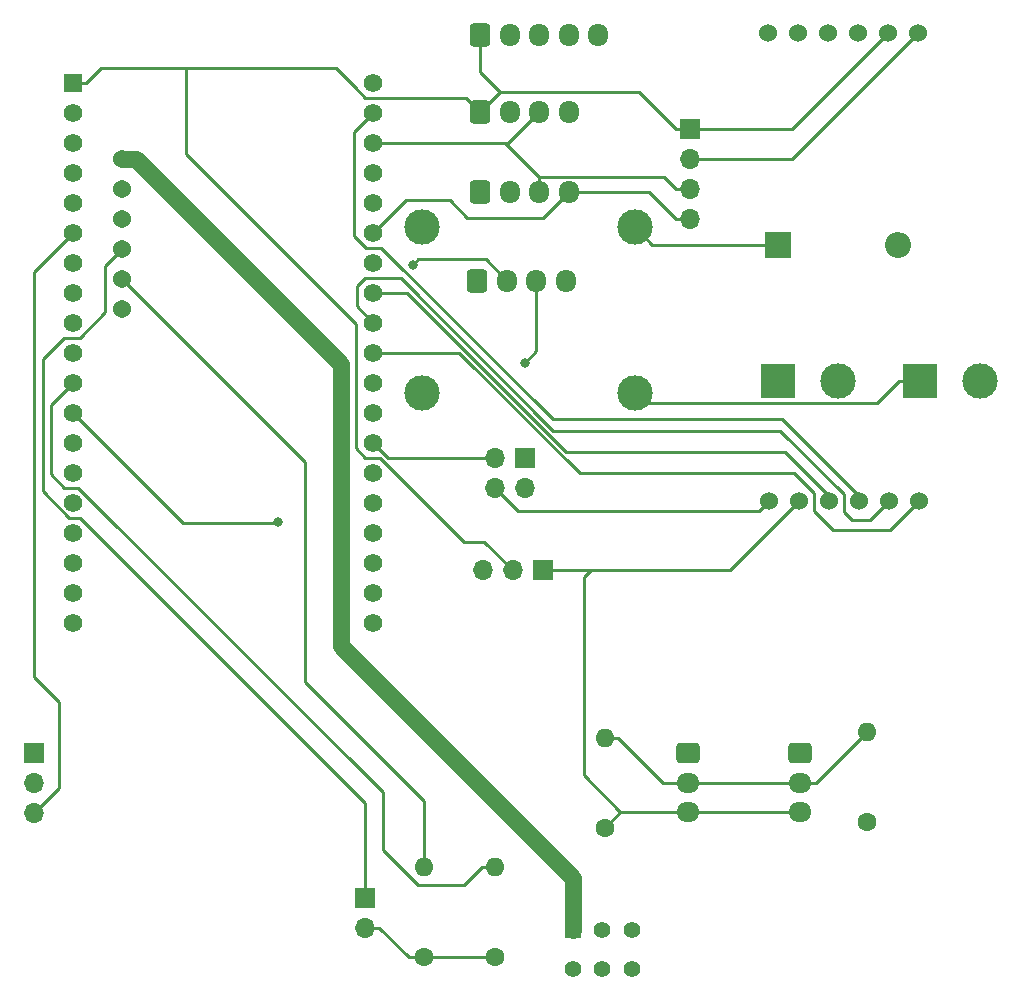
<source format=gbr>
%TF.GenerationSoftware,KiCad,Pcbnew,(6.0.4)*%
%TF.CreationDate,2022-04-08T13:10:09+02:00*%
%TF.ProjectId,TeaSpike v1,54656153-7069-46b6-9520-76312e6b6963,rev?*%
%TF.SameCoordinates,Original*%
%TF.FileFunction,Copper,L1,Top*%
%TF.FilePolarity,Positive*%
%FSLAX46Y46*%
G04 Gerber Fmt 4.6, Leading zero omitted, Abs format (unit mm)*
G04 Created by KiCad (PCBNEW (6.0.4)) date 2022-04-08 13:10:09*
%MOMM*%
%LPD*%
G01*
G04 APERTURE LIST*
G04 Aperture macros list*
%AMRoundRect*
0 Rectangle with rounded corners*
0 $1 Rounding radius*
0 $2 $3 $4 $5 $6 $7 $8 $9 X,Y pos of 4 corners*
0 Add a 4 corners polygon primitive as box body*
4,1,4,$2,$3,$4,$5,$6,$7,$8,$9,$2,$3,0*
0 Add four circle primitives for the rounded corners*
1,1,$1+$1,$2,$3*
1,1,$1+$1,$4,$5*
1,1,$1+$1,$6,$7*
1,1,$1+$1,$8,$9*
0 Add four rect primitives between the rounded corners*
20,1,$1+$1,$2,$3,$4,$5,0*
20,1,$1+$1,$4,$5,$6,$7,0*
20,1,$1+$1,$6,$7,$8,$9,0*
20,1,$1+$1,$8,$9,$2,$3,0*%
G04 Aperture macros list end*
%TA.AperFunction,ComponentPad*%
%ADD10RoundRect,0.250000X-0.600000X-0.725000X0.600000X-0.725000X0.600000X0.725000X-0.600000X0.725000X0*%
%TD*%
%TA.AperFunction,ComponentPad*%
%ADD11O,1.700000X1.950000*%
%TD*%
%TA.AperFunction,ComponentPad*%
%ADD12C,1.600000*%
%TD*%
%TA.AperFunction,ComponentPad*%
%ADD13O,1.600000X1.600000*%
%TD*%
%TA.AperFunction,ComponentPad*%
%ADD14R,1.700000X1.700000*%
%TD*%
%TA.AperFunction,ComponentPad*%
%ADD15O,1.700000X1.700000*%
%TD*%
%TA.AperFunction,ComponentPad*%
%ADD16R,1.560000X1.560000*%
%TD*%
%TA.AperFunction,ComponentPad*%
%ADD17C,1.560000*%
%TD*%
%TA.AperFunction,ComponentPad*%
%ADD18C,1.524000*%
%TD*%
%TA.AperFunction,ComponentPad*%
%ADD19RoundRect,0.250000X-0.725000X0.600000X-0.725000X-0.600000X0.725000X-0.600000X0.725000X0.600000X0*%
%TD*%
%TA.AperFunction,ComponentPad*%
%ADD20O,1.950000X1.700000*%
%TD*%
%TA.AperFunction,ComponentPad*%
%ADD21R,1.400000X1.400000*%
%TD*%
%TA.AperFunction,ComponentPad*%
%ADD22C,1.400000*%
%TD*%
%TA.AperFunction,ComponentPad*%
%ADD23R,3.000000X3.000000*%
%TD*%
%TA.AperFunction,ComponentPad*%
%ADD24C,3.000000*%
%TD*%
%TA.AperFunction,ComponentPad*%
%ADD25C,1.540000*%
%TD*%
%TA.AperFunction,ComponentPad*%
%ADD26R,2.200000X2.200000*%
%TD*%
%TA.AperFunction,ComponentPad*%
%ADD27O,2.200000X2.200000*%
%TD*%
%TA.AperFunction,ViaPad*%
%ADD28C,0.800000*%
%TD*%
%TA.AperFunction,Conductor*%
%ADD29C,0.250000*%
%TD*%
%TA.AperFunction,Conductor*%
%ADD30C,1.400000*%
%TD*%
G04 APERTURE END LIST*
D10*
%TO.P,DISPLAYcon1,1,Pin_1*%
%TO.N,3V3*%
X142750000Y-58200000D03*
D11*
%TO.P,DISPLAYcon1,2,Pin_2*%
%TO.N,GND*%
X145250000Y-58200000D03*
%TO.P,DISPLAYcon1,3,Pin_3*%
%TO.N,SCL*%
X147750000Y-58200000D03*
%TO.P,DISPLAYcon1,4,Pin_4*%
%TO.N,SDA*%
X150250000Y-58200000D03*
%TD*%
D12*
%TO.P,R1,1*%
%TO.N,Net-(JP1-Pad2)*%
X144000000Y-129810000D03*
D13*
%TO.P,R1,2*%
%TO.N,LowBatt*%
X144000000Y-122190000D03*
%TD*%
D14*
%TO.P,SoilMoisturecon1,1,Pin_1*%
%TO.N,GND*%
X105000000Y-112475000D03*
D15*
%TO.P,SoilMoisturecon1,2,Pin_2*%
%TO.N,3V3*%
X105000000Y-115015000D03*
%TO.P,SoilMoisturecon1,3,Pin_3*%
%TO.N,SoilMoisture*%
X105000000Y-117555000D03*
%TD*%
D16*
%TO.P,ESP32,1,3V3*%
%TO.N,3V3*%
X108300000Y-55740000D03*
D17*
%TO.P,ESP32,2,EN*%
%TO.N,EN*%
X108300000Y-58280000D03*
%TO.P,ESP32,3,SENSOR_VP*%
%TO.N,unconnected-(ESP32-Pad3)*%
X108300000Y-60820000D03*
%TO.P,ESP32,4,SENSOR_VN*%
%TO.N,unconnected-(ESP32-Pad4)*%
X108300000Y-63360000D03*
%TO.P,ESP32,5,IO34*%
%TO.N,unconnected-(ESP32-Pad5)*%
X108300000Y-65900000D03*
%TO.P,ESP32,6,IO35*%
%TO.N,SoilMoisture*%
X108300000Y-68440000D03*
%TO.P,ESP32,7,IO32*%
%TO.N,unconnected-(ESP32-Pad7)*%
X108300000Y-70980000D03*
%TO.P,ESP32,8,IO33*%
%TO.N,unconnected-(ESP32-Pad8)*%
X108300000Y-73520000D03*
%TO.P,ESP32,9,IO25*%
%TO.N,unconnected-(ESP32-Pad9)*%
X108300000Y-76060000D03*
%TO.P,ESP32,10,IO26*%
%TO.N,unconnected-(ESP32-Pad10)*%
X108300000Y-78600000D03*
%TO.P,ESP32,11,IO27*%
%TO.N,LowBatt*%
X108300000Y-81140000D03*
%TO.P,ESP32,12,IO14*%
%TO.N,OneWire*%
X108300000Y-83680000D03*
%TO.P,ESP32,13,IO12*%
%TO.N,unconnected-(ESP32-Pad13)*%
X108300000Y-86220000D03*
%TO.P,ESP32,14,GND1*%
%TO.N,GND*%
X108300000Y-88760000D03*
%TO.P,ESP32,15,IO13*%
%TO.N,LEDSTRIPE*%
X108300000Y-91300000D03*
%TO.P,ESP32,16,SD2*%
%TO.N,unconnected-(ESP32-Pad16)*%
X108300000Y-93840000D03*
%TO.P,ESP32,17,SD3*%
%TO.N,unconnected-(ESP32-Pad17)*%
X108300000Y-96380000D03*
%TO.P,ESP32,18,CMD*%
%TO.N,unconnected-(ESP32-Pad18)*%
X108300000Y-98920000D03*
%TO.P,ESP32,19,EXT_5V*%
%TO.N,5V*%
X108300000Y-101460000D03*
%TO.P,ESP32,20,GND3*%
%TO.N,unconnected-(ESP32-Pad20)*%
X133700000Y-55740000D03*
%TO.P,ESP32,21,IO23*%
%TO.N,MOSI*%
X133700000Y-58280000D03*
%TO.P,ESP32,22,IO22*%
%TO.N,SCL*%
X133700000Y-60820000D03*
%TO.P,ESP32,23,TXD0*%
%TO.N,unconnected-(ESP32-Pad23)*%
X133700000Y-63360000D03*
%TO.P,ESP32,24,RXD0*%
%TO.N,unconnected-(ESP32-Pad24)*%
X133700000Y-65900000D03*
%TO.P,ESP32,25,IO21*%
%TO.N,SDA*%
X133700000Y-68440000D03*
%TO.P,ESP32,26,GND2*%
%TO.N,unconnected-(ESP32-Pad26)*%
X133700000Y-70980000D03*
%TO.P,ESP32,27,IO19*%
%TO.N,MISO*%
X133700000Y-73520000D03*
%TO.P,ESP32,28,IO18*%
%TO.N,SCK*%
X133700000Y-76060000D03*
%TO.P,ESP32,29,IO5*%
%TO.N,SDcs*%
X133700000Y-78600000D03*
%TO.P,ESP32,30,IO17*%
%TO.N,unconnected-(ESP32-Pad30)*%
X133700000Y-81140000D03*
%TO.P,ESP32,31,IO16*%
%TO.N,unconnected-(ESP32-Pad31)*%
X133700000Y-83680000D03*
%TO.P,ESP32,32,IO4*%
%TO.N,NEOPIXEL*%
X133700000Y-86220000D03*
%TO.P,ESP32,33,IO0*%
%TO.N,unconnected-(ESP32-Pad33)*%
X133700000Y-88760000D03*
%TO.P,ESP32,34,IO2*%
%TO.N,unconnected-(ESP32-Pad34)*%
X133700000Y-91300000D03*
%TO.P,ESP32,35,IO15*%
%TO.N,unconnected-(ESP32-Pad35)*%
X133700000Y-93840000D03*
%TO.P,ESP32,36,SD1*%
%TO.N,unconnected-(ESP32-Pad36)*%
X133700000Y-96380000D03*
%TO.P,ESP32,37,SD0*%
%TO.N,unconnected-(ESP32-Pad37)*%
X133700000Y-98920000D03*
%TO.P,ESP32,38,CLK*%
%TO.N,unconnected-(ESP32-Pad38)*%
X133700000Y-101460000D03*
%TD*%
D14*
%TO.P,JP1,1,A*%
%TO.N,Net-(JP1-Pad1)*%
X133000000Y-124750000D03*
D15*
%TO.P,JP1,2,B*%
%TO.N,Net-(JP1-Pad2)*%
X133000000Y-127290000D03*
%TD*%
D14*
%TO.P,I2Ccon1,1,Pin_1*%
%TO.N,3V3*%
X160525000Y-59700000D03*
D15*
%TO.P,I2Ccon1,2,Pin_2*%
%TO.N,GND*%
X160525000Y-62240000D03*
%TO.P,I2Ccon1,3,Pin_3*%
%TO.N,SCL*%
X160525000Y-64780000D03*
%TO.P,I2Ccon1,4,Pin_4*%
%TO.N,SDA*%
X160525000Y-67320000D03*
%TD*%
D14*
%TO.P,PowerSupplycon1,1,Pin_1*%
%TO.N,5V*%
X148025000Y-97025000D03*
D15*
%TO.P,PowerSupplycon1,2,Pin_2*%
%TO.N,3V3*%
X145485000Y-97025000D03*
%TO.P,PowerSupplycon1,3,Pin_3*%
%TO.N,GND*%
X142945000Y-97025000D03*
%TD*%
D18*
%TO.P,U_RTC1,1,32K*%
%TO.N,unconnected-(U_RTC1-Pad1)*%
X167150000Y-51500000D03*
%TO.P,U_RTC1,2,SQW*%
%TO.N,unconnected-(U_RTC1-Pad2)*%
X169690000Y-51500000D03*
%TO.P,U_RTC1,3,SCL*%
%TO.N,SCL*%
X172230000Y-51500000D03*
%TO.P,U_RTC1,4,SDA*%
%TO.N,SDA*%
X174770000Y-51500000D03*
%TO.P,U_RTC1,5,VCC*%
%TO.N,3V3*%
X177310000Y-51500000D03*
%TO.P,U_RTC1,6,GND*%
%TO.N,GND*%
X179850000Y-51500000D03*
%TD*%
D10*
%TO.P,LEDSTRIPEcon1,1,Pin_1*%
%TO.N,GND*%
X142500000Y-72500000D03*
D11*
%TO.P,LEDSTRIPEcon1,2,Pin_2*%
%TO.N,LEDSTRIPE*%
X145000000Y-72500000D03*
%TO.P,LEDSTRIPEcon1,3,Pin_3*%
%TO.N,5V*%
X147500000Y-72500000D03*
%TO.P,LEDSTRIPEcon1,4,Pin_4*%
%TO.N,GND*%
X150000000Y-72500000D03*
%TD*%
D10*
%TO.P,VEML7700con1,1,Pin_1*%
%TO.N,3V3*%
X142750000Y-65000000D03*
D11*
%TO.P,VEML7700con1,2,Pin_2*%
%TO.N,GND*%
X145250000Y-65000000D03*
%TO.P,VEML7700con1,3,Pin_3*%
%TO.N,SCL*%
X147750000Y-65000000D03*
%TO.P,VEML7700con1,4,Pin_4*%
%TO.N,SDA*%
X150250000Y-65000000D03*
%TD*%
D12*
%TO.P,RTemp2,1*%
%TO.N,5V*%
X153300000Y-118810000D03*
D13*
%TO.P,RTemp2,2*%
%TO.N,OneWire*%
X153300000Y-111190000D03*
%TD*%
D12*
%TO.P,RTemp1,1*%
%TO.N,5V*%
X175500000Y-118310000D03*
D13*
%TO.P,RTemp1,2*%
%TO.N,OneWire*%
X175500000Y-110690000D03*
%TD*%
D19*
%TO.P,TempProbe1,1,Pin_1*%
%TO.N,GND*%
X160300000Y-112500000D03*
D20*
%TO.P,TempProbe1,2,Pin_2*%
%TO.N,OneWire*%
X160300000Y-115000000D03*
%TO.P,TempProbe1,3,Pin_3*%
%TO.N,5V*%
X160300000Y-117500000D03*
%TD*%
D12*
%TO.P,R2,1*%
%TO.N,Net-(JP1-Pad2)*%
X138000000Y-129810000D03*
D13*
%TO.P,R2,2*%
%TO.N,Net-(R2-Pad2)*%
X138000000Y-122190000D03*
%TD*%
D21*
%TO.P,SW_POWER,1,A*%
%TO.N,Net-(SW1-Pad1)*%
X150592500Y-127475000D03*
D22*
%TO.P,SW_POWER,2,B*%
%TO.N,Net-(Batterycon1-Pad1)*%
X153092500Y-127475000D03*
%TO.P,SW_POWER,3,C*%
%TO.N,Net-(SW1-Pad3)*%
X155592500Y-127475000D03*
%TO.P,SW_POWER,4*%
%TO.N,N/C*%
X150592500Y-130775000D03*
%TO.P,SW_POWER,5*%
X153092500Y-130775000D03*
%TO.P,SW_POWER,6*%
X155592500Y-130775000D03*
%TD*%
D14*
%TO.P,NEOPIXELcon1,1,Pin_1*%
%TO.N,5V*%
X146500000Y-87500000D03*
D15*
%TO.P,NEOPIXELcon1,2,Pin_2*%
%TO.N,NEOPIXEL*%
X143960000Y-87500000D03*
%TO.P,NEOPIXELcon1,3,Pin_3*%
%TO.N,unconnected-(NEOPIXELcon1-Pad3)*%
X146500000Y-90040000D03*
%TO.P,NEOPIXELcon1,4,Pin_4*%
%TO.N,GND*%
X143960000Y-90040000D03*
%TD*%
D10*
%TO.P,SCD30con1,1,Pin_1*%
%TO.N,3V3*%
X142750000Y-51700000D03*
D11*
%TO.P,SCD30con1,2,Pin_2*%
%TO.N,GND*%
X145250000Y-51700000D03*
%TO.P,SCD30con1,3,Pin_3*%
%TO.N,SCL*%
X147750000Y-51700000D03*
%TO.P,SCD30con1,4,Pin_4*%
%TO.N,SDA*%
X150250000Y-51700000D03*
%TO.P,SCD30con1,5,Pin_5*%
%TO.N,RDYscd30*%
X152750000Y-51700000D03*
%TD*%
D19*
%TO.P,TempProbe2,1,Pin_1*%
%TO.N,GND*%
X169800000Y-112500000D03*
D20*
%TO.P,TempProbe2,2,Pin_2*%
%TO.N,OneWire*%
X169800000Y-115000000D03*
%TO.P,TempProbe2,3,Pin_3*%
%TO.N,5V*%
X169800000Y-117500000D03*
%TD*%
D23*
%TO.P,Batterycon1,1,Pin_1*%
%TO.N,Net-(Batterycon1-Pad1)*%
X167920000Y-81000000D03*
D24*
%TO.P,Batterycon1,2,Pin_2*%
%TO.N,Net-(Batterycon1-Pad2)*%
X173000000Y-81000000D03*
%TD*%
D25*
%TO.P,U2,3,BAT*%
%TO.N,Net-(SW1-Pad1)*%
X112450000Y-62200000D03*
%TO.P,U2,4,GND*%
%TO.N,Net-(Batterycon1-Pad2)*%
X112450000Y-64740000D03*
%TO.P,U2,5,EN*%
%TO.N,unconnected-(U2-Pad5)*%
X112450000Y-67280000D03*
%TO.P,U2,6,LB*%
%TO.N,Net-(JP1-Pad1)*%
X112450000Y-69820000D03*
%TO.P,U2,7,GND*%
%TO.N,Net-(R2-Pad2)*%
X112450000Y-72360000D03*
%TO.P,U2,8,5V*%
%TO.N,unconnected-(U2-Pad8)*%
X112450000Y-74900000D03*
%TD*%
D24*
%TO.P,U1,1,IN+*%
%TO.N,Net-(D1-Pad1)*%
X155810000Y-67995000D03*
%TO.P,U1,2,IN-*%
%TO.N,Net-(Solarcon1-Pad1)*%
X155810000Y-81995000D03*
%TO.P,U1,3,BAT+*%
%TO.N,Net-(SW1-Pad3)*%
X137810000Y-67995000D03*
%TO.P,U1,4,BAT-*%
%TO.N,Net-(Batterycon1-Pad2)*%
X137810000Y-81995000D03*
%TD*%
D18*
%TO.P,U_SD1,6,GND*%
%TO.N,GND*%
X167205000Y-91155000D03*
%TO.P,U_SD1,5,VCC*%
%TO.N,5V*%
X169745000Y-91155000D03*
%TO.P,U_SD1,4,MISO*%
%TO.N,MISO*%
X172285000Y-91155000D03*
%TO.P,U_SD1,3,MOSI*%
%TO.N,MOSI*%
X174825000Y-91155000D03*
%TO.P,U_SD1,2,SCK*%
%TO.N,SCK*%
X177365000Y-91155000D03*
%TO.P,U_SD1,1,CS*%
%TO.N,SDcs*%
X179905000Y-91155000D03*
%TD*%
D26*
%TO.P,D1,1,K*%
%TO.N,Net-(D1-Pad1)*%
X167920000Y-69500000D03*
D27*
%TO.P,D1,2,A*%
%TO.N,Net-(D1-Pad2)*%
X178080000Y-69500000D03*
%TD*%
D23*
%TO.P,Solarcon1,1,Pin_1*%
%TO.N,Net-(Solarcon1-Pad1)*%
X180000000Y-81000000D03*
D24*
%TO.P,Solarcon1,2,Pin_2*%
%TO.N,Net-(D1-Pad2)*%
X185080000Y-81000000D03*
%TD*%
D28*
%TO.N,5V*%
X146500000Y-79465500D03*
%TO.N,LEDSTRIPE*%
X137020100Y-71174000D03*
%TO.N,OneWire*%
X125600000Y-92974500D03*
%TD*%
D29*
%TO.N,3V3*%
X117800000Y-61800000D02*
X117800000Y-54500000D01*
X123300000Y-67300000D02*
X117800000Y-61800000D01*
X117800000Y-54500000D02*
X121400000Y-54500000D01*
X110645300Y-54500000D02*
X117800000Y-54500000D01*
X143068250Y-94608250D02*
X145485000Y-97025000D01*
X141391750Y-94608250D02*
X143068250Y-94608250D01*
X133000000Y-87500000D02*
X134283500Y-87500000D01*
X123300000Y-67300000D02*
X132200000Y-76200000D01*
X132200000Y-76200000D02*
X132200000Y-86700000D01*
X132200000Y-86700000D02*
X133000000Y-87500000D01*
X134283500Y-87500000D02*
X141391750Y-94608250D01*
D30*
%TO.N,Net-(SW1-Pad1)*%
X150592500Y-123122000D02*
X150592500Y-127475000D01*
X130920500Y-103450000D02*
X150592500Y-123122000D01*
X113600000Y-62200000D02*
X130920500Y-79520500D01*
X130920500Y-79520500D02*
X130920500Y-103450000D01*
X112450000Y-62200000D02*
X113600000Y-62200000D01*
D29*
%TO.N,Net-(D1-Pad1)*%
X167920000Y-69500000D02*
X157315000Y-69500000D01*
X157315000Y-69500000D02*
X155810000Y-67995000D01*
%TO.N,3V3*%
X142750000Y-58200000D02*
X144058100Y-56891900D01*
X142750000Y-54850000D02*
X144425000Y-56525000D01*
X144058100Y-56891900D02*
X144450000Y-56500000D01*
X144425000Y-56525000D02*
X144058100Y-56891900D01*
X144450000Y-56500000D02*
X156149700Y-56500000D01*
X156149700Y-56500000D02*
X159349700Y-59700000D01*
X159349700Y-59700000D02*
X160525000Y-59700000D01*
X132122600Y-56122600D02*
X132100000Y-56145200D01*
X121400000Y-54500000D02*
X130500000Y-54500000D01*
X141550000Y-57000000D02*
X133000000Y-57000000D01*
X142750000Y-58200000D02*
X141550000Y-57000000D01*
X130500000Y-54500000D02*
X132122600Y-56122600D01*
X109405300Y-55740000D02*
X110645300Y-54500000D01*
X177310000Y-51500000D02*
X169110000Y-59700000D01*
X108300000Y-55740000D02*
X109405300Y-55740000D01*
X133000000Y-57000000D02*
X132122600Y-56122600D01*
X169110000Y-59700000D02*
X160525000Y-59700000D01*
X142750000Y-51700000D02*
X142750000Y-54850000D01*
%TO.N,GND*%
X169110000Y-62240000D02*
X160525000Y-62240000D01*
X145970000Y-92050000D02*
X143960000Y-90040000D01*
X167205000Y-91155000D02*
X166310000Y-92050000D01*
X166310000Y-92050000D02*
X145970000Y-92050000D01*
X179850000Y-51500000D02*
X169110000Y-62240000D01*
%TO.N,SCL*%
X144468900Y-60820000D02*
X144170000Y-60820000D01*
X145300000Y-60650000D02*
X145100000Y-60850000D01*
X147750000Y-63699700D02*
X158269400Y-63699700D01*
X144170000Y-60820000D02*
X144870300Y-60820000D01*
X145050150Y-60999850D02*
X147750000Y-63699700D01*
X144170000Y-60820000D02*
X133700000Y-60820000D01*
X144170000Y-60820000D02*
X145130000Y-60820000D01*
X147750000Y-63812300D02*
X147750000Y-63699700D01*
X160525000Y-64780000D02*
X159349700Y-64780000D01*
X158269400Y-63699700D02*
X159349700Y-64780000D01*
X144870300Y-60820000D02*
X145050150Y-60999850D01*
X147750000Y-58200000D02*
X145300000Y-60650000D01*
X145130000Y-60820000D02*
X145300000Y-60650000D01*
X145100000Y-60850000D02*
X144900000Y-60850000D01*
X147750000Y-65000000D02*
X147750000Y-63812300D01*
%TO.N,SDA*%
X136440000Y-65700000D02*
X133700000Y-68440000D01*
X148050000Y-67200000D02*
X141650000Y-67200000D01*
X157029700Y-65000000D02*
X159349700Y-67320000D01*
X150250000Y-65000000D02*
X148050000Y-67200000D01*
X140150000Y-65700000D02*
X136440000Y-65700000D01*
X141650000Y-67200000D02*
X140150000Y-65700000D01*
X150250000Y-65000000D02*
X157029700Y-65000000D01*
X160525000Y-67320000D02*
X159349700Y-67320000D01*
%TO.N,5V*%
X154610000Y-117500000D02*
X153300000Y-118810000D01*
X147500000Y-78465500D02*
X146500000Y-79465500D01*
X169745000Y-91155000D02*
X163875000Y-97025000D01*
X152108200Y-97025000D02*
X148025000Y-97025000D01*
X147500000Y-72500000D02*
X147500000Y-78465500D01*
X151500000Y-97633200D02*
X151500000Y-114390000D01*
X169800000Y-117500000D02*
X160300000Y-117500000D01*
X152108200Y-97025000D02*
X151500000Y-97633200D01*
X163875000Y-97025000D02*
X152108200Y-97025000D01*
X151500000Y-114390000D02*
X154610000Y-117500000D01*
X160300000Y-117500000D02*
X154610000Y-117500000D01*
%TO.N,LEDSTRIPE*%
X143200000Y-70700000D02*
X145000000Y-72500000D01*
X137494100Y-70700000D02*
X143200000Y-70700000D01*
X137020100Y-71174000D02*
X137494100Y-70700000D01*
%TO.N,OneWire*%
X125576400Y-92998100D02*
X117618100Y-92998100D01*
X117618100Y-92998100D02*
X108300000Y-83680000D01*
X171200000Y-115000000D02*
X169800000Y-115000000D01*
X125600000Y-92974500D02*
X125576400Y-92998100D01*
X160300000Y-115000000D02*
X158235300Y-115000000D01*
X158235300Y-115000000D02*
X154425300Y-111190000D01*
X175500000Y-110690000D02*
X175500000Y-110700000D01*
X153300000Y-111190000D02*
X154425300Y-111190000D01*
X175500000Y-110700000D02*
X171200000Y-115000000D01*
X169800000Y-115000000D02*
X160300000Y-115000000D01*
%TO.N,LowBatt*%
X108300000Y-81140000D02*
X106400000Y-83040000D01*
X107530000Y-90030000D02*
X108730000Y-90030000D01*
X106400000Y-88900000D02*
X107530000Y-90030000D01*
X134500000Y-120700000D02*
X137500000Y-123700000D01*
X142874700Y-122190000D02*
X144000000Y-122190000D01*
X108730000Y-90030000D02*
X134500000Y-115800000D01*
X141364700Y-123700000D02*
X142874700Y-122190000D01*
X134500000Y-115800000D02*
X134500000Y-120700000D01*
X106400000Y-83040000D02*
X106400000Y-88900000D01*
X137500000Y-123700000D02*
X141364700Y-123700000D01*
%TO.N,SoilMoisture*%
X107100000Y-115455000D02*
X105000000Y-117555000D01*
X107100000Y-108149400D02*
X107100000Y-115455000D01*
X105000000Y-71740000D02*
X105000000Y-106049400D01*
X108300000Y-68440000D02*
X105000000Y-71740000D01*
X105000000Y-106049400D02*
X107100000Y-108149400D01*
%TO.N,NEOPIXEL*%
X143960000Y-87500000D02*
X134980000Y-87500000D01*
X134980000Y-87500000D02*
X133700000Y-86220000D01*
%TO.N,SDcs*%
X172650000Y-93650000D02*
X171015000Y-92015000D01*
X151192900Y-88830900D02*
X140962000Y-78600000D01*
X140962000Y-78600000D02*
X133700000Y-78600000D01*
X177410000Y-93650000D02*
X172650000Y-93650000D01*
X171015000Y-90520718D02*
X169325182Y-88830900D01*
X179905000Y-91155000D02*
X177410000Y-93650000D01*
X171015000Y-92015000D02*
X171015000Y-90520718D01*
X169325182Y-88830900D02*
X151192900Y-88830900D01*
%TO.N,SCK*%
X133000000Y-72300000D02*
X136021500Y-72300000D01*
X132300000Y-74660000D02*
X132300000Y-73000000D01*
X174250000Y-92750000D02*
X175770000Y-92750000D01*
X133700000Y-76060000D02*
X132300000Y-74660000D01*
X132300000Y-73000000D02*
X133000000Y-72300000D01*
X173555000Y-90605000D02*
X173555000Y-92055000D01*
X175770000Y-92750000D02*
X177365000Y-91155000D01*
X148932200Y-85210700D02*
X168160700Y-85210700D01*
X173555000Y-92055000D02*
X174250000Y-92750000D01*
X168160700Y-85210700D02*
X173555000Y-90605000D01*
X136021500Y-72300000D02*
X148932200Y-85210700D01*
%TO.N,MISO*%
X172285000Y-90735000D02*
X168557100Y-87007100D01*
X168557100Y-87007100D02*
X150006000Y-87007100D01*
X172285000Y-91155000D02*
X172285000Y-90735000D01*
X136518900Y-73520000D02*
X133700000Y-73520000D01*
X150006000Y-87007100D02*
X136518900Y-73520000D01*
%TO.N,MOSI*%
X148883100Y-84224500D02*
X168324500Y-84224500D01*
X133700000Y-58280000D02*
X132100000Y-59880000D01*
X134368600Y-69710000D02*
X148883100Y-84224500D01*
X133110000Y-69710000D02*
X134368600Y-69710000D01*
X168324500Y-84224500D02*
X174825000Y-90725000D01*
X174825000Y-90725000D02*
X174825000Y-91155000D01*
X132100000Y-59880000D02*
X132100000Y-68700000D01*
X132100000Y-68700000D02*
X133110000Y-69710000D01*
%TO.N,Net-(Solarcon1-Pad1)*%
X176348600Y-82826100D02*
X156641100Y-82826100D01*
X180000000Y-81000000D02*
X178174700Y-81000000D01*
X156641100Y-82826100D02*
X155810000Y-81995000D01*
X178174700Y-81000000D02*
X176348600Y-82826100D01*
%TO.N,Net-(JP1-Pad2)*%
X136695300Y-129810000D02*
X134175300Y-127290000D01*
X133000000Y-127290000D02*
X134175300Y-127290000D01*
X138000000Y-129810000D02*
X136695300Y-129810000D01*
X144000000Y-129810000D02*
X138000000Y-129810000D01*
%TO.N,Net-(JP1-Pad1)*%
X105700000Y-79100000D02*
X107470000Y-77330000D01*
X133000000Y-116700000D02*
X108870000Y-92570000D01*
X111005400Y-71264600D02*
X112450000Y-69820000D01*
X107470000Y-77330000D02*
X108870000Y-77330000D01*
X108870000Y-92570000D02*
X107929800Y-92570000D01*
X133000000Y-124750000D02*
X133000000Y-116700000D01*
X111005400Y-75194600D02*
X111005400Y-71264600D01*
X105700000Y-90340200D02*
X105700000Y-79100000D01*
X108870000Y-77330000D02*
X111005400Y-75194600D01*
X107929800Y-92570000D02*
X105700000Y-90340200D01*
%TO.N,Net-(R2-Pad2)*%
X127950000Y-106501200D02*
X129699400Y-108250600D01*
X112450000Y-72360000D02*
X127950000Y-87860000D01*
X129699400Y-108250600D02*
X129699400Y-108299400D01*
X138000000Y-116600000D02*
X138000000Y-122190000D01*
X127950000Y-87860000D02*
X127950000Y-106501200D01*
X129699400Y-108299400D02*
X138000000Y-116600000D01*
%TD*%
M02*

</source>
